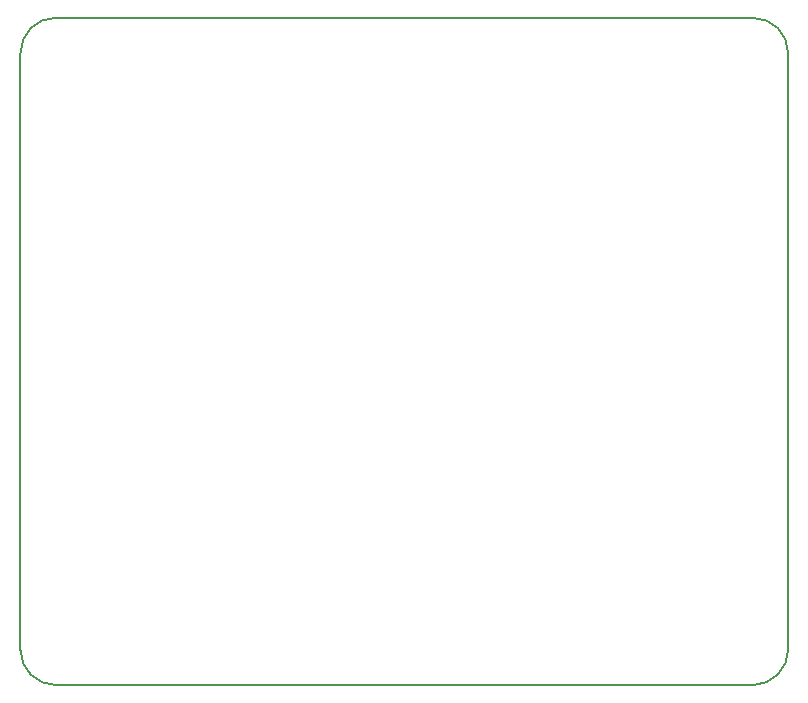
<source format=gbr>
G04 start of page 4 for group 2 idx 2 *
G04 Title: MMDVM_pog, outline *
G04 Creator: pcb v4.0.0-ga246c150 *
G04 CreationDate: Wed Apr 26 20:29:48 2017 UTC *
G04 For: wojtek *
G04 Format: Gerber/RS-274X *
G04 PCB-Dimensions (mm): 66.29 58.42 *
G04 PCB-Coordinate-Origin: lower left *
%MOMM*%
%FSLAX43Y43*%
%LNOUTLINE*%
%ADD56C,0.200*%
G54D56*X62594Y492D02*X3594D01*
X65594Y53992D02*Y3492D01*
X3594Y56992D02*X62594D01*
X594Y3492D02*Y53992D01*
X65594D02*G75*G03X62594Y56992I-3000J0D01*G01*
X65594Y3492D02*G75*G02X62594Y492I-3000J0D01*G01*
X594Y53992D02*G75*G02X3594Y56992I3000J0D01*G01*
X594Y3492D02*G75*G03X3594Y492I3000J0D01*G01*
M02*

</source>
